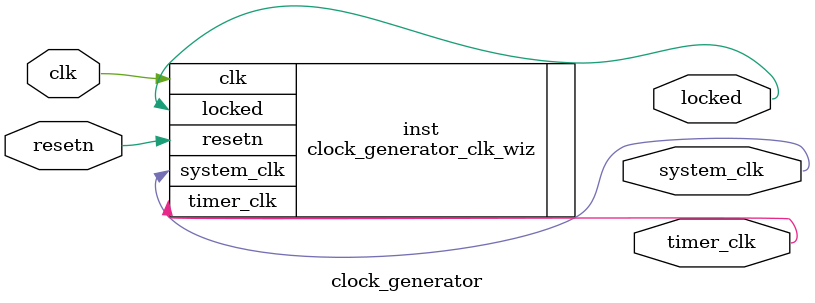
<source format=v>


`timescale 1ps/1ps

(* CORE_GENERATION_INFO = "clock_generator,clk_wiz_v6_0_2_0_0,{component_name=clock_generator,use_phase_alignment=true,use_min_o_jitter=false,use_max_i_jitter=false,use_dyn_phase_shift=false,use_inclk_switchover=false,use_dyn_reconfig=false,enable_axi=0,feedback_source=FDBK_AUTO,PRIMITIVE=MMCM,num_out_clk=2,clkin1_period=10.000,clkin2_period=10.000,use_power_down=false,use_reset=true,use_locked=true,use_inclk_stopped=false,feedback_type=SINGLE,CLOCK_MGR_TYPE=NA,manual_override=false}" *)

module clock_generator 
 (
  // Clock out ports
  output        system_clk,
  output        timer_clk,
  // Status and control signals
  input         resetn,
  output        locked,
 // Clock in ports
  input         clk
 );

  clock_generator_clk_wiz inst
  (
  // Clock out ports  
  .system_clk(system_clk),
  .timer_clk(timer_clk),
  // Status and control signals               
  .resetn(resetn), 
  .locked(locked),
 // Clock in ports
  .clk(clk)
  );

endmodule

</source>
